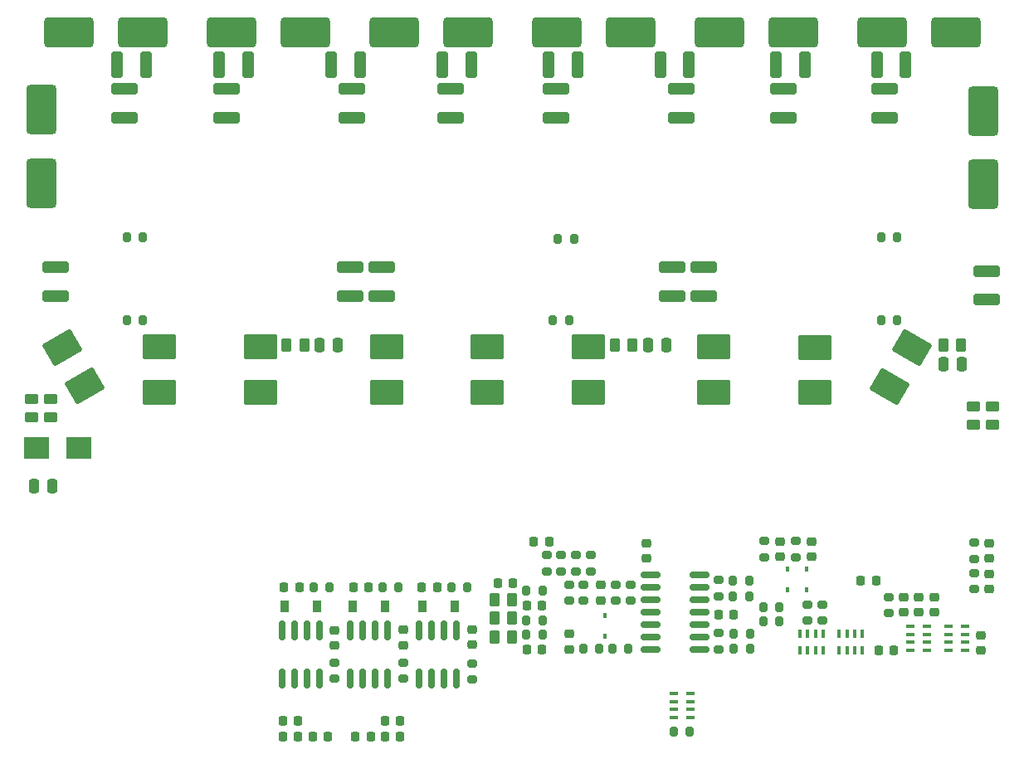
<source format=gbr>
%TF.GenerationSoftware,KiCad,Pcbnew,(6.0.0)*%
%TF.CreationDate,2022-10-23T22:36:45+03:00*%
%TF.ProjectId,CCC_ESC,4343435f-4553-4432-9e6b-696361645f70,rev?*%
%TF.SameCoordinates,Original*%
%TF.FileFunction,Paste,Top*%
%TF.FilePolarity,Positive*%
%FSLAX46Y46*%
G04 Gerber Fmt 4.6, Leading zero omitted, Abs format (unit mm)*
G04 Created by KiCad (PCBNEW (6.0.0)) date 2022-10-23 22:36:45*
%MOMM*%
%LPD*%
G01*
G04 APERTURE LIST*
G04 Aperture macros list*
%AMRoundRect*
0 Rectangle with rounded corners*
0 $1 Rounding radius*
0 $2 $3 $4 $5 $6 $7 $8 $9 X,Y pos of 4 corners*
0 Add a 4 corners polygon primitive as box body*
4,1,4,$2,$3,$4,$5,$6,$7,$8,$9,$2,$3,0*
0 Add four circle primitives for the rounded corners*
1,1,$1+$1,$2,$3*
1,1,$1+$1,$4,$5*
1,1,$1+$1,$6,$7*
1,1,$1+$1,$8,$9*
0 Add four rect primitives between the rounded corners*
20,1,$1+$1,$2,$3,$4,$5,0*
20,1,$1+$1,$4,$5,$6,$7,0*
20,1,$1+$1,$6,$7,$8,$9,0*
20,1,$1+$1,$8,$9,$2,$3,0*%
G04 Aperture macros list end*
%ADD10RoundRect,0.225000X0.225000X0.250000X-0.225000X0.250000X-0.225000X-0.250000X0.225000X-0.250000X0*%
%ADD11RoundRect,0.200000X0.275000X-0.200000X0.275000X0.200000X-0.275000X0.200000X-0.275000X-0.200000X0*%
%ADD12RoundRect,0.225000X-0.250000X0.225000X-0.250000X-0.225000X0.250000X-0.225000X0.250000X0.225000X0*%
%ADD13RoundRect,0.128750X1.546250X-1.158750X1.546250X1.158750X-1.546250X1.158750X-1.546250X-1.158750X0*%
%ADD14R,0.900000X1.200000*%
%ADD15RoundRect,0.250000X0.262500X0.450000X-0.262500X0.450000X-0.262500X-0.450000X0.262500X-0.450000X0*%
%ADD16RoundRect,0.300000X1.200000X-2.200000X1.200000X2.200000X-1.200000X2.200000X-1.200000X-2.200000X0*%
%ADD17RoundRect,0.250000X0.450000X-0.262500X0.450000X0.262500X-0.450000X0.262500X-0.450000X-0.262500X0*%
%ADD18R,0.450000X0.600000*%
%ADD19RoundRect,0.250000X1.100000X-0.325000X1.100000X0.325000X-1.100000X0.325000X-1.100000X-0.325000X0*%
%ADD20RoundRect,0.300000X2.200000X1.200000X-2.200000X1.200000X-2.200000X-1.200000X2.200000X-1.200000X0*%
%ADD21R,0.900000X0.400000*%
%ADD22RoundRect,0.200000X0.200000X0.275000X-0.200000X0.275000X-0.200000X-0.275000X0.200000X-0.275000X0*%
%ADD23RoundRect,0.250000X0.325000X1.100000X-0.325000X1.100000X-0.325000X-1.100000X0.325000X-1.100000X0*%
%ADD24RoundRect,0.128750X0.759717X-1.776632X1.918467X0.230382X-0.759717X1.776632X-1.918467X-0.230382X0*%
%ADD25RoundRect,0.200000X-0.200000X-0.275000X0.200000X-0.275000X0.200000X0.275000X-0.200000X0.275000X0*%
%ADD26RoundRect,0.250000X-1.100000X0.325000X-1.100000X-0.325000X1.100000X-0.325000X1.100000X0.325000X0*%
%ADD27RoundRect,0.200000X-0.275000X0.200000X-0.275000X-0.200000X0.275000X-0.200000X0.275000X0.200000X0*%
%ADD28RoundRect,0.250000X-0.325000X-1.100000X0.325000X-1.100000X0.325000X1.100000X-0.325000X1.100000X0*%
%ADD29RoundRect,0.225000X-0.225000X-0.250000X0.225000X-0.250000X0.225000X0.250000X-0.225000X0.250000X0*%
%ADD30RoundRect,0.225000X0.250000X-0.225000X0.250000X0.225000X-0.250000X0.225000X-0.250000X-0.225000X0*%
%ADD31RoundRect,0.128750X1.918467X-0.230382X0.759717X1.776632X-1.918467X0.230382X-0.759717X-1.776632X0*%
%ADD32RoundRect,0.250000X-0.250000X-0.475000X0.250000X-0.475000X0.250000X0.475000X-0.250000X0.475000X0*%
%ADD33R,0.400000X0.900000*%
%ADD34RoundRect,0.250000X0.250000X0.475000X-0.250000X0.475000X-0.250000X-0.475000X0.250000X-0.475000X0*%
%ADD35R,2.500000X2.300000*%
%ADD36RoundRect,0.150000X0.825000X0.150000X-0.825000X0.150000X-0.825000X-0.150000X0.825000X-0.150000X0*%
%ADD37RoundRect,0.150000X0.150000X-0.825000X0.150000X0.825000X-0.150000X0.825000X-0.150000X-0.825000X0*%
G04 APERTURE END LIST*
D10*
%TO.C,C7*%
X103775000Y-101028260D03*
X102225000Y-101028260D03*
%TD*%
D11*
%TO.C,R33*%
X128969000Y-102653260D03*
X128969000Y-101003260D03*
%TD*%
D12*
%TO.C,C27*%
X88919000Y-110078260D03*
X88919000Y-111628260D03*
%TD*%
D13*
%TO.C,SHA2*%
X74380000Y-85787500D03*
X74380000Y-81212500D03*
%TD*%
D14*
%TO.C,D3*%
X90819000Y-107678260D03*
X94119000Y-107678260D03*
%TD*%
%TO.C,D1*%
X76769000Y-107678260D03*
X80069000Y-107678260D03*
%TD*%
D15*
%TO.C,R7*%
X100019000Y-108878260D03*
X98194000Y-108878260D03*
%TD*%
D16*
%TO.C,CX1*%
X51995000Y-64495000D03*
X51995000Y-56995000D03*
%TD*%
D17*
%TO.C,R3*%
X149000000Y-89112500D03*
X149000000Y-87287500D03*
%TD*%
D18*
%TO.C,D4*%
X109469000Y-110678260D03*
X109469000Y-108578260D03*
%TD*%
D19*
%TO.C,CX24*%
X93700000Y-57775000D03*
X93700000Y-54825000D03*
%TD*%
D20*
%TO.C,CX4*%
X95500000Y-49100000D03*
X88000000Y-49100000D03*
%TD*%
D21*
%TO.C,RN4*%
X146219000Y-112128260D03*
X146219000Y-111328260D03*
X146219000Y-110528260D03*
X146219000Y-109728260D03*
X144519000Y-109728260D03*
X144519000Y-110528260D03*
X144519000Y-111328260D03*
X144519000Y-112128260D03*
%TD*%
D22*
%TO.C,R36*%
X108894000Y-112028260D03*
X107244000Y-112028260D03*
%TD*%
D12*
%TO.C,C23*%
X127369000Y-101053260D03*
X127369000Y-102603260D03*
%TD*%
D23*
%TO.C,CX19*%
X73075000Y-52400000D03*
X70125000Y-52400000D03*
%TD*%
D24*
%TO.C,SHC1*%
X138538929Y-85221033D03*
X140826429Y-81258967D03*
%TD*%
D16*
%TO.C,CX8*%
X148095000Y-64595000D03*
X148095000Y-57095000D03*
%TD*%
D12*
%TO.C,C19*%
X148644000Y-101228260D03*
X148644000Y-102778260D03*
%TD*%
D14*
%TO.C,D2*%
X83769000Y-107678260D03*
X87069000Y-107678260D03*
%TD*%
D25*
%TO.C,R20*%
X122644000Y-112028260D03*
X124294000Y-112028260D03*
%TD*%
%TO.C,R23*%
X122544000Y-105028260D03*
X124194000Y-105028260D03*
%TD*%
D13*
%TO.C,SHB1*%
X107780000Y-85787500D03*
X107780000Y-81212500D03*
%TD*%
D19*
%TO.C,CX26*%
X104500000Y-57775000D03*
X104500000Y-54825000D03*
%TD*%
D22*
%TO.C,RG1*%
X81394000Y-105728260D03*
X79744000Y-105728260D03*
%TD*%
D26*
%TO.C,CX13*%
X83500000Y-73075000D03*
X83500000Y-76025000D03*
%TD*%
D13*
%TO.C,SHB2*%
X97480000Y-85787500D03*
X97480000Y-81212500D03*
%TD*%
D15*
%TO.C,RS3*%
X145842500Y-81000000D03*
X144017500Y-81000000D03*
%TD*%
D11*
%TO.C,R17*%
X105819000Y-107103260D03*
X105819000Y-105453260D03*
%TD*%
D27*
%TO.C,R35*%
X110570000Y-105445000D03*
X110570000Y-107095000D03*
%TD*%
D10*
%TO.C,C31*%
X100081500Y-105278260D03*
X98531500Y-105278260D03*
%TD*%
D28*
%TO.C,CX21*%
X81525000Y-52400000D03*
X84475000Y-52400000D03*
%TD*%
D11*
%TO.C,R27*%
X107319000Y-107103260D03*
X107319000Y-105453260D03*
%TD*%
%TO.C,R32*%
X112080000Y-107095000D03*
X112080000Y-105445000D03*
%TD*%
D13*
%TO.C,SHC3*%
X130930000Y-85800000D03*
X130930000Y-81225000D03*
%TD*%
D20*
%TO.C,CX5*%
X112100000Y-49100000D03*
X104600000Y-49100000D03*
%TD*%
D25*
%TO.C,R22*%
X122544000Y-106628260D03*
X124194000Y-106628260D03*
%TD*%
D20*
%TO.C,CX7*%
X145300000Y-49100000D03*
X137800000Y-49100000D03*
%TD*%
D29*
%TO.C,C29*%
X101531500Y-112078260D03*
X103081500Y-112078260D03*
%TD*%
D17*
%TO.C,R14*%
X147100000Y-89112500D03*
X147100000Y-87287500D03*
%TD*%
D21*
%TO.C,RN2*%
X118169000Y-118978260D03*
X118169000Y-118178260D03*
X118169000Y-117378260D03*
X118169000Y-116578260D03*
X116469000Y-116578260D03*
X116469000Y-117378260D03*
X116469000Y-118178260D03*
X116469000Y-118978260D03*
%TD*%
D30*
%TO.C,C6*%
X147869000Y-112153260D03*
X147869000Y-110603260D03*
%TD*%
D22*
%TO.C,R29*%
X111894000Y-112028260D03*
X110244000Y-112028260D03*
%TD*%
D11*
%TO.C,R34*%
X125769000Y-102653260D03*
X125769000Y-101003260D03*
%TD*%
D31*
%TO.C,SHA1*%
X56426429Y-85191033D03*
X54138929Y-81228967D03*
%TD*%
D12*
%TO.C,C18*%
X113719000Y-101203260D03*
X113719000Y-102753260D03*
%TD*%
D32*
%TO.C,CS3*%
X143990000Y-82970000D03*
X145890000Y-82970000D03*
%TD*%
D22*
%TO.C,R48*%
X62325000Y-78500000D03*
X60675000Y-78500000D03*
%TD*%
D29*
%TO.C,C10*%
X87044000Y-120928260D03*
X88594000Y-120928260D03*
%TD*%
D33*
%TO.C,RN3*%
X135769000Y-110478260D03*
X134969000Y-110478260D03*
X134169000Y-110478260D03*
X133369000Y-110478260D03*
X133369000Y-112178260D03*
X134169000Y-112178260D03*
X134969000Y-112178260D03*
X135769000Y-112178260D03*
%TD*%
D22*
%TO.C,R50*%
X105825000Y-78500000D03*
X104175000Y-78500000D03*
%TD*%
D11*
%TO.C,R16*%
X103519000Y-104103260D03*
X103519000Y-102453260D03*
%TD*%
%TO.C,R25*%
X106519000Y-104103260D03*
X106519000Y-102453260D03*
%TD*%
D18*
%TO.C,D5*%
X128069000Y-105978260D03*
X128069000Y-103878260D03*
%TD*%
D11*
%TO.C,R24*%
X105019000Y-104103260D03*
X105019000Y-102453260D03*
%TD*%
D15*
%TO.C,R5*%
X100019000Y-110778260D03*
X98194000Y-110778260D03*
%TD*%
D19*
%TO.C,CX28*%
X117300000Y-57775000D03*
X117300000Y-54825000D03*
%TD*%
D11*
%TO.C,R28*%
X131669000Y-109115760D03*
X131669000Y-107465760D03*
%TD*%
D21*
%TO.C,RN1*%
X140669000Y-109728260D03*
X140669000Y-110528260D03*
X140669000Y-111328260D03*
X140669000Y-112128260D03*
X142369000Y-112128260D03*
X142369000Y-111328260D03*
X142369000Y-110528260D03*
X142369000Y-109728260D03*
%TD*%
D11*
%TO.C,R31*%
X121069000Y-106653260D03*
X121069000Y-105003260D03*
%TD*%
D30*
%TO.C,C15*%
X141519000Y-108303260D03*
X141519000Y-106753260D03*
%TD*%
D13*
%TO.C,SHA3*%
X63980000Y-85787500D03*
X63980000Y-81212500D03*
%TD*%
D26*
%TO.C,CX14*%
X119600000Y-73025000D03*
X119600000Y-75975000D03*
%TD*%
D34*
%TO.C,CS1*%
X82250000Y-81000000D03*
X80350000Y-81000000D03*
%TD*%
D25*
%TO.C,R19*%
X122644000Y-110428260D03*
X124294000Y-110428260D03*
%TD*%
D19*
%TO.C,CX30*%
X127700000Y-57775000D03*
X127700000Y-54825000D03*
%TD*%
D22*
%TO.C,R6*%
X103131500Y-110578260D03*
X101481500Y-110578260D03*
%TD*%
D30*
%TO.C,C14*%
X139969000Y-108303260D03*
X139969000Y-106753260D03*
%TD*%
D27*
%TO.C,RG6*%
X95919000Y-113503260D03*
X95919000Y-115153260D03*
%TD*%
D29*
%TO.C,C20*%
X121094000Y-108528260D03*
X122644000Y-108528260D03*
%TD*%
D22*
%TO.C,R52*%
X139325000Y-78500000D03*
X137675000Y-78500000D03*
%TD*%
D10*
%TO.C,C17*%
X138975000Y-112200000D03*
X137425000Y-112200000D03*
%TD*%
D12*
%TO.C,C26*%
X81919000Y-110103260D03*
X81919000Y-111653260D03*
%TD*%
D29*
%TO.C,C30*%
X101531500Y-107578260D03*
X103081500Y-107578260D03*
%TD*%
D30*
%TO.C,C24*%
X109070000Y-107045000D03*
X109070000Y-105495000D03*
%TD*%
D11*
%TO.C,R15*%
X147144000Y-102828260D03*
X147144000Y-101178260D03*
%TD*%
D19*
%TO.C,CX22*%
X83700000Y-57775000D03*
X83700000Y-54825000D03*
%TD*%
D27*
%TO.C,R30*%
X121069000Y-110403260D03*
X121069000Y-112053260D03*
%TD*%
D35*
%TO.C,D7*%
X51500000Y-91500000D03*
X55800000Y-91500000D03*
%TD*%
D30*
%TO.C,C25*%
X105819000Y-112053260D03*
X105819000Y-110503260D03*
%TD*%
D27*
%TO.C,R9*%
X130169000Y-107465760D03*
X130169000Y-109115760D03*
%TD*%
D29*
%TO.C,C3*%
X90794000Y-105728260D03*
X92344000Y-105728260D03*
%TD*%
D23*
%TO.C,CX31*%
X140175000Y-52400000D03*
X137225000Y-52400000D03*
%TD*%
D27*
%TO.C,RG4*%
X88919000Y-113403260D03*
X88919000Y-115053260D03*
%TD*%
D25*
%TO.C,R21*%
X125644000Y-107728260D03*
X127294000Y-107728260D03*
%TD*%
D20*
%TO.C,CX6*%
X128700000Y-49100000D03*
X121200000Y-49100000D03*
%TD*%
D18*
%TO.C,D6*%
X130069000Y-105978260D03*
X130069000Y-103878260D03*
%TD*%
D26*
%TO.C,CX12*%
X86750000Y-73075000D03*
X86750000Y-76025000D03*
%TD*%
D29*
%TO.C,C8*%
X87044000Y-119378260D03*
X88594000Y-119378260D03*
%TD*%
D26*
%TO.C,CX15*%
X116350000Y-73025000D03*
X116350000Y-75975000D03*
%TD*%
D22*
%TO.C,RG3*%
X88444000Y-105728260D03*
X86794000Y-105728260D03*
%TD*%
D29*
%TO.C,C1*%
X76744000Y-105728260D03*
X78294000Y-105728260D03*
%TD*%
%TO.C,C12*%
X79644000Y-120928260D03*
X81194000Y-120928260D03*
%TD*%
D15*
%TO.C,RS1*%
X78812500Y-81000000D03*
X76987500Y-81000000D03*
%TD*%
D25*
%TO.C,R49*%
X104675000Y-70200000D03*
X106325000Y-70200000D03*
%TD*%
D29*
%TO.C,C2*%
X83794000Y-105728260D03*
X85344000Y-105728260D03*
%TD*%
D11*
%TO.C,R26*%
X108019000Y-104115000D03*
X108019000Y-102465000D03*
%TD*%
D23*
%TO.C,CX25*%
X106675000Y-52400000D03*
X103725000Y-52400000D03*
%TD*%
D12*
%TO.C,C22*%
X130569000Y-101053260D03*
X130569000Y-102603260D03*
%TD*%
D32*
%TO.C,C5*%
X51200000Y-95400000D03*
X53100000Y-95400000D03*
%TD*%
D36*
%TO.C,U4*%
X119094000Y-112088260D03*
X119094000Y-110818260D03*
X119094000Y-109548260D03*
X119094000Y-108278260D03*
X119094000Y-107008260D03*
X119094000Y-105738260D03*
X119094000Y-104468260D03*
X114144000Y-104468260D03*
X114144000Y-105738260D03*
X114144000Y-107008260D03*
X114144000Y-108278260D03*
X114144000Y-109548260D03*
X114144000Y-110818260D03*
X114144000Y-112088260D03*
%TD*%
D22*
%TO.C,R11*%
X103131500Y-106078260D03*
X101481500Y-106078260D03*
%TD*%
D23*
%TO.C,CX17*%
X62675000Y-52400000D03*
X59725000Y-52400000D03*
%TD*%
D29*
%TO.C,C13*%
X76594000Y-120928260D03*
X78144000Y-120928260D03*
%TD*%
D23*
%TO.C,CX23*%
X95875000Y-52400000D03*
X92925000Y-52400000D03*
%TD*%
D20*
%TO.C,CX2*%
X62300000Y-49100000D03*
X54800000Y-49100000D03*
%TD*%
%TO.C,CX3*%
X78895000Y-49100000D03*
X71395000Y-49100000D03*
%TD*%
D25*
%TO.C,R18*%
X125644000Y-109228260D03*
X127294000Y-109228260D03*
%TD*%
D11*
%TO.C,R4*%
X147144000Y-105928260D03*
X147144000Y-104278260D03*
%TD*%
D22*
%TO.C,RG5*%
X95444000Y-105728260D03*
X93794000Y-105728260D03*
%TD*%
D12*
%TO.C,C28*%
X95919000Y-110053260D03*
X95919000Y-111603260D03*
%TD*%
D29*
%TO.C,C11*%
X76594000Y-119378260D03*
X78144000Y-119378260D03*
%TD*%
D30*
%TO.C,C16*%
X143069000Y-108303260D03*
X143069000Y-106753260D03*
%TD*%
D27*
%TO.C,RG2*%
X81919000Y-113403260D03*
X81919000Y-115053260D03*
%TD*%
D26*
%TO.C,CX11*%
X53400000Y-73025000D03*
X53400000Y-75975000D03*
%TD*%
D25*
%TO.C,R47*%
X60675000Y-70000000D03*
X62325000Y-70000000D03*
%TD*%
D19*
%TO.C,CX20*%
X70900000Y-57775000D03*
X70900000Y-54825000D03*
%TD*%
D27*
%TO.C,R12*%
X138419000Y-106703260D03*
X138419000Y-108353260D03*
%TD*%
D37*
%TO.C,U1*%
X76514000Y-115053260D03*
X77784000Y-115053260D03*
X79054000Y-115053260D03*
X80324000Y-115053260D03*
X80324000Y-110103260D03*
X79054000Y-110103260D03*
X77784000Y-110103260D03*
X76514000Y-110103260D03*
%TD*%
D13*
%TO.C,SHC2*%
X120580000Y-85787500D03*
X120580000Y-81212500D03*
%TD*%
D12*
%TO.C,C4*%
X148644000Y-104328260D03*
X148644000Y-105878260D03*
%TD*%
D37*
%TO.C,U2*%
X83514000Y-115053260D03*
X84784000Y-115053260D03*
X86054000Y-115053260D03*
X87324000Y-115053260D03*
X87324000Y-110103260D03*
X86054000Y-110103260D03*
X84784000Y-110103260D03*
X83514000Y-110103260D03*
%TD*%
D23*
%TO.C,CX29*%
X129875000Y-52400000D03*
X126925000Y-52400000D03*
%TD*%
D10*
%TO.C,C9*%
X85575000Y-120930000D03*
X84025000Y-120930000D03*
%TD*%
D26*
%TO.C,CX16*%
X148400000Y-73425000D03*
X148400000Y-76375000D03*
%TD*%
D33*
%TO.C,RN5*%
X129369000Y-112190760D03*
X130169000Y-112190760D03*
X130969000Y-112190760D03*
X131769000Y-112190760D03*
X131769000Y-110490760D03*
X130969000Y-110490760D03*
X130169000Y-110490760D03*
X129369000Y-110490760D03*
%TD*%
D19*
%TO.C,CX32*%
X138000000Y-57775000D03*
X138000000Y-54825000D03*
%TD*%
%TO.C,CX18*%
X60500000Y-57775000D03*
X60500000Y-54825000D03*
%TD*%
D25*
%TO.C,R51*%
X137675000Y-70000000D03*
X139325000Y-70000000D03*
%TD*%
D10*
%TO.C,C21*%
X137144000Y-105028260D03*
X135594000Y-105028260D03*
%TD*%
D34*
%TO.C,CS2*%
X115750000Y-81000000D03*
X113850000Y-81000000D03*
%TD*%
D17*
%TO.C,R1*%
X51000000Y-88362500D03*
X51000000Y-86537500D03*
%TD*%
D13*
%TO.C,SHB3*%
X87180000Y-85787500D03*
X87180000Y-81212500D03*
%TD*%
D15*
%TO.C,RS2*%
X112312500Y-81000000D03*
X110487500Y-81000000D03*
%TD*%
D37*
%TO.C,U3*%
X90514000Y-115053260D03*
X91784000Y-115053260D03*
X93054000Y-115053260D03*
X94324000Y-115053260D03*
X94324000Y-110103260D03*
X93054000Y-110103260D03*
X91784000Y-110103260D03*
X90514000Y-110103260D03*
%TD*%
D22*
%TO.C,R13*%
X118144000Y-120478260D03*
X116494000Y-120478260D03*
%TD*%
D15*
%TO.C,R10*%
X100019000Y-106978260D03*
X98194000Y-106978260D03*
%TD*%
D28*
%TO.C,CX27*%
X115125000Y-52400000D03*
X118075000Y-52400000D03*
%TD*%
D17*
%TO.C,R2*%
X52900000Y-88362500D03*
X52900000Y-86537500D03*
%TD*%
D22*
%TO.C,R8*%
X103131500Y-109078260D03*
X101481500Y-109078260D03*
%TD*%
M02*

</source>
